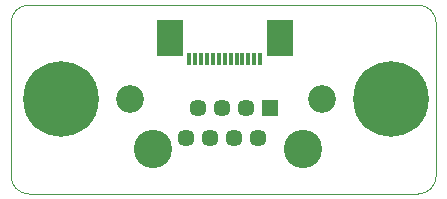
<source format=gbr>
G04 #@! TF.GenerationSoftware,KiCad,Pcbnew,7.0.2-0*
G04 #@! TF.CreationDate,2023-08-07T23:17:52+03:00*
G04 #@! TF.ProjectId,RJ45_Module,524a3435-5f4d-46f6-9475-6c652e6b6963,1.0*
G04 #@! TF.SameCoordinates,Original*
G04 #@! TF.FileFunction,Soldermask,Bot*
G04 #@! TF.FilePolarity,Negative*
%FSLAX46Y46*%
G04 Gerber Fmt 4.6, Leading zero omitted, Abs format (unit mm)*
G04 Created by KiCad (PCBNEW 7.0.2-0) date 2023-08-07 23:17:52*
%MOMM*%
%LPD*%
G01*
G04 APERTURE LIST*
%ADD10C,3.250000*%
%ADD11R,1.446000X1.446000*%
%ADD12C,1.446000*%
%ADD13C,2.355000*%
%ADD14R,2.300000X3.100000*%
%ADD15R,0.300000X1.100000*%
%ADD16C,0.800000*%
%ADD17C,6.400000*%
G04 #@! TA.AperFunction,Profile*
%ADD18C,0.050000*%
G04 #@! TD*
G04 APERTURE END LIST*
D10*
X202723600Y-87961200D03*
X215423600Y-87961200D03*
D11*
X212623600Y-84531200D03*
D12*
X211603600Y-87071200D03*
X210593600Y-84531200D03*
X209573600Y-87071200D03*
X208563600Y-84531200D03*
X207543600Y-87071200D03*
X206533600Y-84531200D03*
X205513600Y-87071200D03*
D13*
X200813600Y-83721200D03*
X217073600Y-83721200D03*
D14*
X204142355Y-78630000D03*
X213482355Y-78630000D03*
D15*
X211812355Y-80330000D03*
X211312355Y-80330000D03*
X210812355Y-80330000D03*
X210312355Y-80330000D03*
X209812355Y-80330000D03*
X209312355Y-80330000D03*
X208812355Y-80330000D03*
X208312355Y-80330000D03*
X207812355Y-80330000D03*
X207312355Y-80330000D03*
X206812355Y-80330000D03*
X206312355Y-80330000D03*
X205812355Y-80330000D03*
D16*
X220505000Y-83730000D03*
X221207944Y-85427056D03*
X221207944Y-82032944D03*
X222905000Y-86130000D03*
D17*
X222905000Y-83730000D03*
D16*
X225305000Y-83730000D03*
X224602056Y-82032944D03*
X224602056Y-85427056D03*
X222905000Y-81330000D03*
X194942000Y-81330000D03*
X196639056Y-85427056D03*
X196639056Y-82032944D03*
X197342000Y-83730000D03*
D17*
X194942000Y-83730000D03*
D16*
X194942000Y-86130000D03*
X193244944Y-82032944D03*
X193244944Y-85427056D03*
X192542000Y-83730000D03*
D18*
X225185000Y-91796000D02*
X192233000Y-91796000D01*
X225188000Y-91796000D02*
G75*
G03*
X226712000Y-90272000I0J1524000D01*
G01*
X190709000Y-90272000D02*
G75*
G03*
X192233000Y-91796000I1524000J0D01*
G01*
X190709000Y-90272000D02*
X190709000Y-77320000D01*
X226712000Y-77320000D02*
X226712000Y-90272000D01*
X226712000Y-77320000D02*
G75*
G03*
X225188000Y-75796000I-1524000J0D01*
G01*
X192233000Y-75796000D02*
G75*
G03*
X190709000Y-77320000I0J-1524000D01*
G01*
X192232000Y-75796000D02*
X225185000Y-75796000D01*
M02*

</source>
